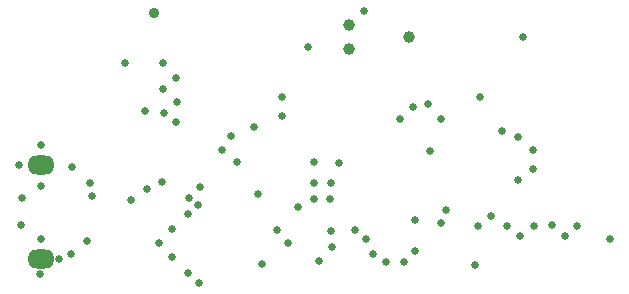
<source format=gbs>
%TF.GenerationSoftware,KiCad,Pcbnew,9.0.3*%
%TF.CreationDate,2025-09-07T12:19:25+02:00*%
%TF.ProjectId,LoTiBloxy,4c6f5469-426c-46f7-9879-2e6b69636164,rev?*%
%TF.SameCoordinates,Original*%
%TF.FileFunction,Soldermask,Bot*%
%TF.FilePolarity,Negative*%
%FSLAX46Y46*%
G04 Gerber Fmt 4.6, Leading zero omitted, Abs format (unit mm)*
G04 Created by KiCad (PCBNEW 9.0.3) date 2025-09-07 12:19:25*
%MOMM*%
%LPD*%
G01*
G04 APERTURE LIST*
%ADD10C,0.900000*%
%ADD11C,0.990600*%
%ADD12O,2.308200X1.622400*%
%ADD13C,0.670000*%
G04 APERTURE END LIST*
D10*
%TO.C,S3*%
X92425000Y-84775000D03*
%TD*%
D11*
%TO.C,J1*%
X114000000Y-86800000D03*
X108920000Y-87816000D03*
X108920000Y-85784000D03*
%TD*%
D12*
%TO.C,J3*%
X82829299Y-97625000D03*
X82829299Y-105525000D03*
%TD*%
D13*
X96174700Y-100975300D03*
X95325000Y-101750000D03*
X92850000Y-104250000D03*
X84375000Y-105525000D03*
X124495000Y-97955000D03*
X85450000Y-97750000D03*
X87050000Y-99100000D03*
X120000000Y-91875000D03*
X91650000Y-93000000D03*
X96250000Y-107600000D03*
X95321600Y-106771600D03*
X113300000Y-93738196D03*
X106400000Y-105750000D03*
X126150000Y-102725000D03*
X114525000Y-104925000D03*
X120950000Y-101900000D03*
X131075000Y-103900000D03*
X111000000Y-105150000D03*
X98166800Y-96316800D03*
X103775000Y-104200000D03*
X115640000Y-92410000D03*
X82850000Y-95950000D03*
X123700000Y-86800000D03*
X124500000Y-96300000D03*
X100875000Y-94350000D03*
X93200000Y-91200000D03*
X90450000Y-100600000D03*
X116700000Y-93700000D03*
X102880000Y-103105000D03*
X93175000Y-88975000D03*
X123250000Y-95200000D03*
X94300000Y-94000000D03*
X114350000Y-92700000D03*
X99475000Y-97325000D03*
X119585000Y-106050001D03*
X119845000Y-102795000D03*
X124600000Y-102800000D03*
X90000000Y-88975000D03*
X93250000Y-93200000D03*
X98960000Y-95140000D03*
X81225000Y-100375000D03*
X112050000Y-105850000D03*
X82850000Y-103850000D03*
X128250000Y-102800000D03*
X93088873Y-99038873D03*
X87200000Y-100250000D03*
X93975000Y-105374400D03*
X82800000Y-106825000D03*
X82850000Y-99400000D03*
X105475000Y-87600000D03*
X123245000Y-98895000D03*
X110375000Y-103896400D03*
X81200000Y-102700000D03*
X86732618Y-104056948D03*
X94350000Y-92250000D03*
X110175000Y-84575000D03*
X127250000Y-103650000D03*
X122301804Y-102798196D03*
X121900000Y-94700000D03*
X91850000Y-99650000D03*
X103250000Y-91850000D03*
X123390000Y-103640000D03*
X101600000Y-106000000D03*
X85400000Y-105150000D03*
X93975000Y-102991294D03*
X94300000Y-90200000D03*
X103250000Y-93475000D03*
X113600000Y-105850000D03*
X109480000Y-103080000D03*
X81000000Y-97600000D03*
X95376600Y-100406600D03*
X96331902Y-99451298D03*
X117150000Y-101400000D03*
X114550000Y-102300000D03*
X116725000Y-102500000D03*
X107500000Y-104565000D03*
X115800000Y-96450000D03*
X107450000Y-103215000D03*
X104650000Y-101200000D03*
X101281475Y-100025000D03*
X106000000Y-99100000D03*
X107430000Y-99100000D03*
X105950000Y-97375000D03*
X108090000Y-97400000D03*
X106000000Y-100475000D03*
X107354000Y-100500000D03*
M02*

</source>
